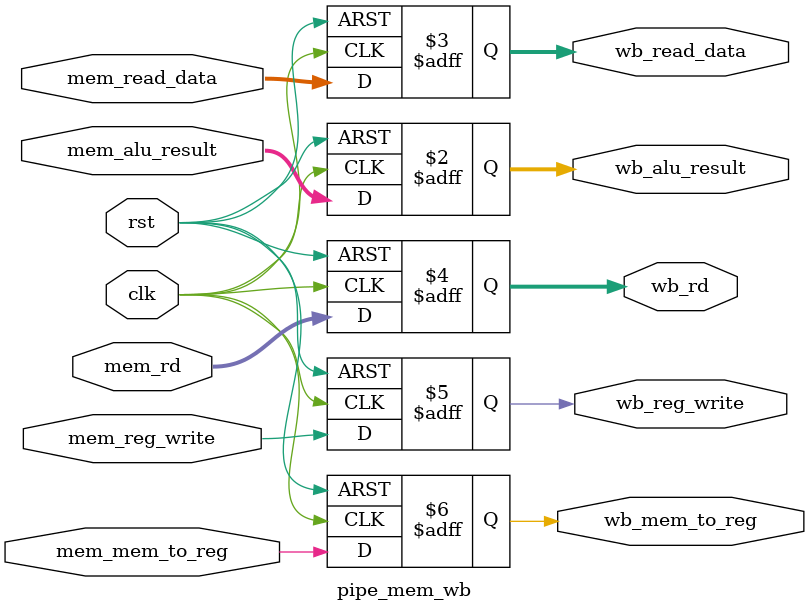
<source format=v>
`timescale 1ns/1ns

module pipe_mem_wb(
    input wire clk,
    input wire rst,

    //ips from mem stage
    input wire [15:0] mem_alu_result,
    input wire [15:0] mem_read_data,
    input wire [3:0] mem_rd,

    input wire mem_reg_write,
    input wire mem_mem_to_reg,

    // ops to WB stage
    output reg [15:0] wb_alu_result,
    output reg [15:0] wb_read_data,
    output reg [3:0] wb_rd,

    output reg wb_reg_write,
    output reg wb_mem_to_reg
);

    always @(posedge clk or posedge rst ) begin
        if (rst) begin
            wb_alu_result <= 16'd0;
            wb_read_data <= 16'd0;
            wb_rd <= 4'd0;

            wb_reg_write <= 1'b0;
            wb_mem_to_reg <= 1'b0;
        end
        else begin
            wb_alu_result <= mem_alu_result;
            wb_read_data <= mem_read_data;
            wb_rd <= mem_rd;

            wb_reg_write <= mem_reg_write;
            wb_mem_to_reg <= mem_mem_to_reg;
        end
    end
endmodule 
</source>
